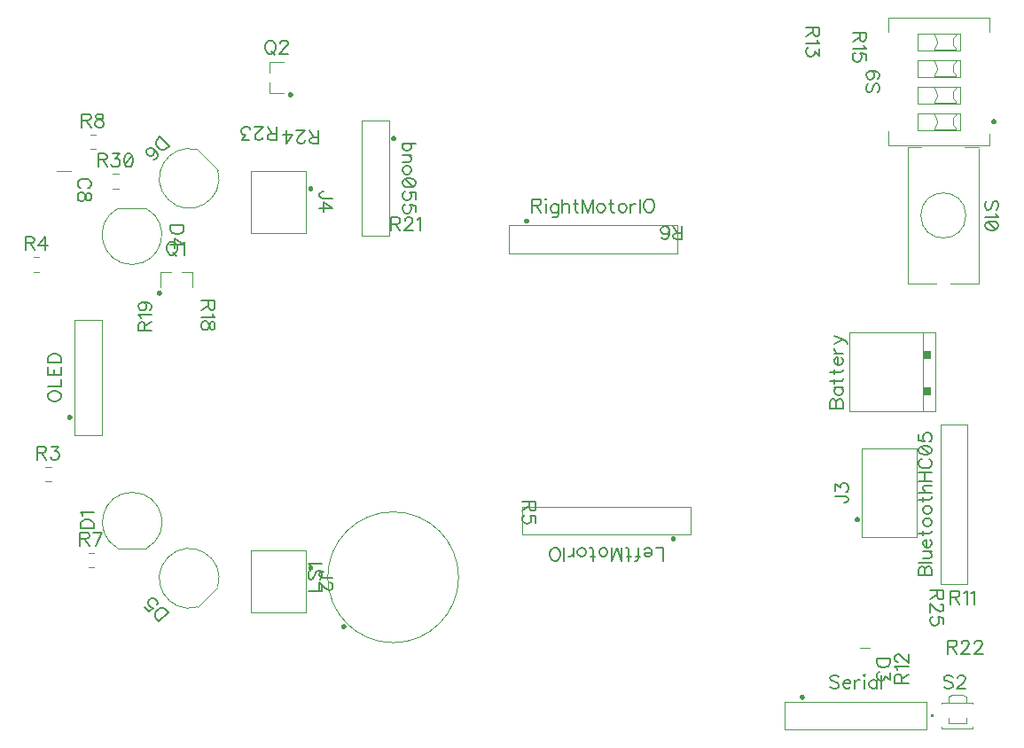
<source format=gbr>
G04 DipTrace 5.1.0.3*
G04 Âåðõíÿÿìàðêèðîâêà.gbr*
%MOMM*%
G04 #@! TF.FileFunction,Legend,Top*
G04 #@! TF.Part,Single*
%ADD10C,0.12*%
%ADD34C,0.1*%
%ADD106C,0.19608*%
%FSLAX35Y35*%
G04*
G71*
G90*
G75*
G01*
G04 TopSilk*
%LPD*%
X10050864Y4186454D2*
D10*
X10050850Y4936428D1*
X9230850Y4936413D1*
X9230864Y4186439D1*
X10050864Y4186454D1*
X9930897Y4186452D2*
X9930883Y4936425D1*
G36*
X9930894Y4336445D2*
X10010844Y4336447D1*
X10010843Y4416393D1*
X9930893Y4416392D1*
X9930894Y4336445D1*
G37*
G36*
X9930888Y4686535D2*
X10010838Y4686537D1*
X10010836Y4766483D1*
X9930886Y4766482D1*
X9930888Y4686535D1*
G37*
X10104132Y2537036D2*
D10*
X10358139Y2537045D1*
X10358088Y4060905D1*
X10104081Y4060896D1*
X10104132Y2537036D1*
X4838226Y6963670D2*
X4572226Y6963655D1*
X4572287Y5861655D1*
X4838287Y5861670D1*
X4838226Y6963670D1*
G36*
X4880834Y6818272D2*
X4884045Y6818062D1*
X4887201Y6817434D1*
X4890248Y6816400D1*
X4893135Y6814977D1*
X4895810Y6813189D1*
X4898230Y6811068D1*
X4900351Y6808648D1*
X4902139Y6805973D1*
X4903563Y6803087D1*
X4904597Y6800040D1*
X4905225Y6796884D1*
X4905436Y6793673D1*
X4905225Y6790462D1*
X4904598Y6787306D1*
X4903564Y6784259D1*
X4902141Y6781373D1*
X4900353Y6778697D1*
X4898231Y6776278D1*
X4895812Y6774156D1*
X4893137Y6772368D1*
X4890251Y6770945D1*
X4887204Y6769910D1*
X4884048Y6769283D1*
X4880837Y6769072D1*
D1*
X4877626Y6769282D1*
X4874470Y6769910D1*
X4871423Y6770944D1*
X4868537Y6772367D1*
X4865861Y6774155D1*
X4863442Y6776276D1*
X4861320Y6778695D1*
X4859532Y6781371D1*
X4858109Y6784257D1*
X4857074Y6787304D1*
X4856446Y6790460D1*
X4856236Y6793671D1*
X4856446Y6796881D1*
X4857074Y6800038D1*
X4858108Y6803085D1*
X4859531Y6805971D1*
X4861318Y6808646D1*
X4863440Y6811066D1*
X4865859Y6813188D1*
X4868535Y6814975D1*
X4871420Y6816399D1*
X4874467Y6817433D1*
X4877623Y6818061D1*
X4880834Y6818272D1*
D1*
G37*
X1665579Y6480214D2*
D10*
X1795479Y6480219D1*
X2246706Y2877159D2*
G02X2520386Y2877168I136832J250004D01*
G01*
X2246706Y2877159D1*
X9429705Y1922131D2*
X9329711Y1922129D1*
X2517833Y6123157D2*
G02X2244153Y6123150I-136834J-250003D01*
G01*
X2517833Y6123157D1*
X3007460Y2317027D2*
G02X3200977Y2510552I-80022J273535D01*
G01*
X3007460Y2317027D1*
X3200975Y6490781D2*
G02X3007454Y6684302I-273537J-80016D01*
G01*
X3200975Y6490781D1*
X4045072Y2860736D2*
X3521072Y2860723D1*
X3521088Y2266723D1*
X4045088Y2266736D1*
X4045072Y2860736D1*
G36*
X4087676Y2715337D2*
X4090887Y2715127D1*
X4094043Y2714499D1*
X4097090Y2713465D1*
X4099976Y2712042D1*
X4102652Y2710254D1*
X4105071Y2708133D1*
X4107193Y2705713D1*
X4108981Y2703038D1*
X4110404Y2700152D1*
X4111438Y2697105D1*
X4112066Y2693949D1*
X4112277Y2690738D1*
X4112066Y2687527D1*
X4111439Y2684371D1*
X4110404Y2681324D1*
X4108981Y2678438D1*
X4107194Y2675762D1*
X4105072Y2673343D1*
X4102653Y2671221D1*
X4099977Y2669433D1*
X4097091Y2668010D1*
X4094044Y2666976D1*
X4090888Y2666348D1*
X4087677Y2666137D1*
D1*
X4084466Y2666348D1*
X4081310Y2666975D1*
X4078263Y2668010D1*
X4075377Y2669433D1*
X4072702Y2671220D1*
X4070282Y2673342D1*
X4068161Y2675761D1*
X4066373Y2678437D1*
X4064950Y2681323D1*
X4063915Y2684370D1*
X4063287Y2687526D1*
X4063077Y2690737D1*
X4063287Y2693948D1*
X4063915Y2697104D1*
X4064949Y2700151D1*
X4066372Y2703037D1*
X4068160Y2705712D1*
X4070281Y2708132D1*
X4072701Y2710253D1*
X4075376Y2712041D1*
X4078262Y2713465D1*
X4081309Y2714499D1*
X4084465Y2715127D1*
X4087676Y2715337D1*
D1*
G37*
X9349710Y2982167D2*
D10*
X9873710D1*
Y3830167D1*
X9349710D1*
Y2982167D1*
G36*
X9307110Y3127567D2*
X9303899Y3127777D1*
X9300743Y3128405D1*
X9297696Y3129439D1*
X9294810Y3130862D1*
X9292134Y3132650D1*
X9289715Y3134772D1*
X9287594Y3137191D1*
X9285806Y3139867D1*
X9284383Y3142753D1*
X9283348Y3145800D1*
X9282720Y3148956D1*
X9282510Y3152167D1*
X9282720Y3155378D1*
X9283348Y3158534D1*
X9284383Y3161581D1*
X9285806Y3164467D1*
X9287594Y3167142D1*
X9289715Y3169562D1*
X9292134Y3171683D1*
X9294810Y3173471D1*
X9297696Y3174894D1*
X9300743Y3175928D1*
X9303899Y3176556D1*
X9307110Y3176767D1*
D1*
X9310321Y3176556D1*
X9313477Y3175928D1*
X9316524Y3174894D1*
X9319410Y3173471D1*
X9322086Y3171683D1*
X9324505Y3169562D1*
X9326627Y3167142D1*
X9328414Y3164467D1*
X9329837Y3161581D1*
X9330872Y3158534D1*
X9331500Y3155378D1*
X9331710Y3152167D1*
X9331500Y3148956D1*
X9330872Y3145800D1*
X9329837Y3142753D1*
X9328414Y3139867D1*
X9326627Y3137191D1*
X9324505Y3134772D1*
X9322086Y3132650D1*
X9319410Y3130862D1*
X9316524Y3129439D1*
X9313477Y3128405D1*
X9310321Y3127777D1*
X9307110Y3127567D1*
D1*
G37*
X4045067Y6483757D2*
D10*
X3521067D1*
Y5889757D1*
X4045067D1*
Y6483757D1*
G36*
X4087667Y6338357D2*
X4090878Y6338146D1*
X4094034Y6337518D1*
X4097081Y6336484D1*
X4099967Y6335061D1*
X4102642Y6333273D1*
X4105062Y6331152D1*
X4107183Y6328732D1*
X4108971Y6326057D1*
X4110394Y6323171D1*
X4111428Y6320124D1*
X4112056Y6316968D1*
X4112267Y6313757D1*
X4112056Y6310546D1*
X4111428Y6307390D1*
X4110394Y6304343D1*
X4108971Y6301457D1*
X4107183Y6298781D1*
X4105062Y6296362D1*
X4102642Y6294240D1*
X4099967Y6292452D1*
X4097081Y6291029D1*
X4094034Y6289995D1*
X4090878Y6289367D1*
X4087667Y6289157D1*
D1*
X4084456Y6289367D1*
X4081300Y6289995D1*
X4078253Y6291029D1*
X4075367Y6292452D1*
X4072691Y6294240D1*
X4070272Y6296362D1*
X4068150Y6298781D1*
X4066362Y6301457D1*
X4064939Y6304343D1*
X4063905Y6307390D1*
X4063277Y6310546D1*
X4063067Y6313757D1*
X4063277Y6316968D1*
X4063905Y6320124D1*
X4064939Y6323171D1*
X4066362Y6326057D1*
X4068150Y6328732D1*
X4070272Y6331152D1*
X4072691Y6333273D1*
X4075367Y6335061D1*
X4078253Y6336484D1*
X4081300Y6337518D1*
X4084456Y6338146D1*
X4087667Y6338357D1*
D1*
G37*
X7720612Y3009608D2*
D10*
X7720607Y3275608D1*
X6110607Y3275572D1*
X6110612Y3009572D1*
X7720612Y3009608D1*
G36*
X7575213Y2967005D2*
X7575003Y2963794D1*
X7574375Y2960638D1*
X7573341Y2957591D1*
X7571918Y2954705D1*
X7570130Y2952029D1*
X7568009Y2949610D1*
X7565589Y2947488D1*
X7562914Y2945700D1*
X7560028Y2944277D1*
X7556981Y2943242D1*
X7553825Y2942615D1*
X7550614Y2942404D1*
X7547403Y2942614D1*
X7544247Y2943242D1*
X7541200Y2944276D1*
X7538314Y2945700D1*
X7535638Y2947487D1*
X7533219Y2949609D1*
X7531097Y2952028D1*
X7529309Y2954704D1*
X7527886Y2957590D1*
X7526852Y2960637D1*
X7526224Y2963793D1*
X7526013Y2967003D1*
D1*
X7526224Y2970214D1*
X7526852Y2973370D1*
X7527886Y2976418D1*
X7529309Y2979304D1*
X7531097Y2981979D1*
X7533218Y2984398D1*
X7535637Y2986520D1*
X7538313Y2988308D1*
X7541199Y2989731D1*
X7544246Y2990766D1*
X7547402Y2991394D1*
X7550613Y2991604D1*
X7553824Y2991394D1*
X7556980Y2990766D1*
X7560027Y2989732D1*
X7562913Y2988309D1*
X7565589Y2986521D1*
X7568008Y2984399D1*
X7570130Y2981980D1*
X7571917Y2979305D1*
X7573341Y2976419D1*
X7574375Y2973372D1*
X7575003Y2970216D1*
X7575213Y2967005D1*
D1*
G37*
X4250417Y2600243D2*
D10*
G02X4250417Y2600243I625000J0D01*
G01*
G36*
X4403070Y2102897D2*
X4399807Y2103111D1*
X4396600Y2103749D1*
X4393503Y2104800D1*
X4390570Y2106246D1*
X4387851Y2108063D1*
X4385392Y2110219D1*
X4383236Y2112678D1*
X4381419Y2115397D1*
X4379973Y2118330D1*
X4378922Y2121426D1*
X4378284Y2124634D1*
X4378070Y2127897D1*
X4378284Y2131160D1*
X4378922Y2134367D1*
X4379973Y2137464D1*
X4381419Y2140397D1*
X4383236Y2143116D1*
X4385392Y2145574D1*
X4387851Y2147731D1*
X4390570Y2149547D1*
X4393503Y2150994D1*
X4396600Y2152045D1*
X4399807Y2152683D1*
X4403070Y2152897D1*
D1*
X4406333Y2152683D1*
X4409540Y2152045D1*
X4412637Y2150994D1*
X4415570Y2149547D1*
X4418289Y2147731D1*
X4420748Y2145574D1*
X4422904Y2143116D1*
X4424721Y2140397D1*
X4426167Y2137464D1*
X4427218Y2134367D1*
X4427856Y2131160D1*
X4428070Y2127897D1*
X4427856Y2124634D1*
X4427218Y2121426D1*
X4426167Y2118330D1*
X4424721Y2115397D1*
X4422904Y2112678D1*
X4420748Y2110219D1*
X4418289Y2108063D1*
X4415570Y2106246D1*
X4412637Y2104800D1*
X4409540Y2103749D1*
X4406333Y2103111D1*
X4403070Y2102897D1*
D1*
G37*
X1831187Y3958071D2*
D10*
X2097187Y3958076D1*
X2097167Y5060076D1*
X1831167Y5060071D1*
X1831187Y3958071D1*
G36*
X1788584Y4103471D2*
X1785373Y4103681D1*
X1782217Y4104309D1*
X1779170Y4105343D1*
X1776284Y4106766D1*
X1773609Y4108554D1*
X1771189Y4110675D1*
X1769067Y4113095D1*
X1767280Y4115770D1*
X1765856Y4118656D1*
X1764822Y4121703D1*
X1764194Y4124859D1*
X1763984Y4128070D1*
X1764194Y4131281D1*
X1764822Y4134437D1*
X1765856Y4137484D1*
X1767279Y4140370D1*
X1769067Y4143046D1*
X1771189Y4145465D1*
X1773608Y4147587D1*
X1776283Y4149375D1*
X1779169Y4150798D1*
X1782216Y4151832D1*
X1785372Y4152460D1*
X1788583Y4152671D1*
D1*
X1791794Y4152460D1*
X1794950Y4151832D1*
X1797997Y4150798D1*
X1800883Y4149375D1*
X1803559Y4147587D1*
X1805978Y4145466D1*
X1808100Y4143046D1*
X1809888Y4140371D1*
X1811311Y4137485D1*
X1812345Y4134438D1*
X1812973Y4131282D1*
X1813184Y4128071D1*
X1812973Y4124860D1*
X1812346Y4121704D1*
X1811311Y4118657D1*
X1809888Y4115771D1*
X1808100Y4113095D1*
X1805979Y4110676D1*
X1803560Y4108554D1*
X1800884Y4106767D1*
X1797998Y4105343D1*
X1794951Y4104309D1*
X1791795Y4103681D1*
X1788584Y4103471D1*
D1*
G37*
X2756637Y5515663D2*
D10*
X2655637D1*
Y5375663D1*
X2854637Y5515663D2*
X2955637D1*
Y5375663D1*
G36*
X2617637Y5314663D2*
X2617851Y5317927D1*
X2618489Y5321134D1*
X2619540Y5324230D1*
X2620986Y5327163D1*
X2622803Y5329882D1*
X2624959Y5332341D1*
X2627418Y5334497D1*
X2630137Y5336314D1*
X2633070Y5337760D1*
X2636166Y5338812D1*
X2639374Y5339449D1*
X2642637Y5339663D1*
X2645900Y5339449D1*
X2649107Y5338812D1*
X2652204Y5337760D1*
X2655137Y5336314D1*
X2657856Y5334497D1*
X2660314Y5332341D1*
X2662471Y5329882D1*
X2664287Y5327163D1*
X2665734Y5324230D1*
X2666785Y5321134D1*
X2667423Y5317927D1*
X2667637Y5314663D1*
D1*
X2667423Y5311400D1*
X2666785Y5308193D1*
X2665734Y5305096D1*
X2664287Y5302163D1*
X2662471Y5299444D1*
X2660314Y5296986D1*
X2657856Y5294830D1*
X2655137Y5293013D1*
X2652204Y5291566D1*
X2649107Y5290515D1*
X2645900Y5289877D1*
X2642637Y5289663D1*
X2639374Y5289877D1*
X2636166Y5290515D1*
X2633070Y5291566D1*
X2630137Y5293013D1*
X2627418Y5294830D1*
X2624959Y5296986D1*
X2622803Y5299444D1*
X2620986Y5302163D1*
X2619540Y5305096D1*
X2618489Y5308193D1*
X2617851Y5311400D1*
X2617637Y5314663D1*
D1*
G37*
X3694307Y7323947D2*
D10*
Y7222947D1*
X3834307D1*
X3694307Y7421947D2*
Y7522947D1*
X3834307D1*
G36*
X3895307Y7184947D2*
X3892044Y7185161D1*
X3888836Y7185799D1*
X3885740Y7186850D1*
X3882807Y7188296D1*
X3880088Y7190113D1*
X3877629Y7192269D1*
X3875473Y7194728D1*
X3873656Y7197447D1*
X3872210Y7200380D1*
X3871159Y7203476D1*
X3870521Y7206684D1*
X3870307Y7209947D1*
X3870521Y7213210D1*
X3871159Y7216417D1*
X3872210Y7219514D1*
X3873656Y7222447D1*
X3875473Y7225166D1*
X3877629Y7227624D1*
X3880088Y7229781D1*
X3882807Y7231597D1*
X3885740Y7233044D1*
X3888836Y7234095D1*
X3892044Y7234733D1*
X3895307Y7234947D1*
D1*
X3898570Y7234733D1*
X3901777Y7234095D1*
X3904874Y7233044D1*
X3907807Y7231597D1*
X3910526Y7229781D1*
X3912984Y7227624D1*
X3915141Y7225166D1*
X3916957Y7222447D1*
X3918404Y7219514D1*
X3919455Y7216417D1*
X3920093Y7213210D1*
X3920307Y7209947D1*
X3920093Y7206684D1*
X3919455Y7203476D1*
X3918404Y7200380D1*
X3916957Y7197447D1*
X3915141Y7194728D1*
X3912984Y7192269D1*
X3910526Y7190113D1*
X3907807Y7188296D1*
X3904874Y7186850D1*
X3901777Y7185799D1*
X3898570Y7185161D1*
X3895307Y7184947D1*
D1*
G37*
X1556103Y3655180D2*
D34*
X1608103D1*
X1556103Y3515180D2*
X1608103D1*
X1445263Y5657927D2*
X1497263D1*
X1445263Y5517927D2*
X1497263D1*
X1965537Y2832463D2*
X2017537D1*
X1965537Y2692463D2*
X2017537D1*
X1982434Y6829662D2*
X2034434Y6829665D1*
X1982440Y6689662D2*
X2034440Y6689665D1*
X2199435Y6452363D2*
X2251435Y6452364D1*
X2199439Y6312363D2*
X2251439Y6312364D1*
X5980750Y5960920D2*
D10*
X5980758Y5694920D1*
X7590758Y5694967D1*
X7590750Y5960967D1*
X5980750Y5960920D1*
G36*
X6126149Y6003524D2*
X6126359Y6006735D1*
X6126987Y6009891D1*
X6128021Y6012938D1*
X6129444Y6015824D1*
X6131232Y6018500D1*
X6133353Y6020919D1*
X6135773Y6023041D1*
X6138448Y6024829D1*
X6141334Y6026252D1*
X6144381Y6027286D1*
X6147537Y6027914D1*
X6150748Y6028125D1*
X6153959Y6027914D1*
X6157115Y6027287D1*
X6160162Y6026252D1*
X6163048Y6024829D1*
X6165724Y6023042D1*
X6168143Y6020920D1*
X6170265Y6018501D1*
X6172053Y6015825D1*
X6173476Y6012939D1*
X6174510Y6009892D1*
X6175138Y6006736D1*
X6175349Y6003525D1*
D1*
X6175138Y6000314D1*
X6174511Y5997158D1*
X6173477Y5994111D1*
X6172053Y5991225D1*
X6170266Y5988550D1*
X6168144Y5986130D1*
X6165725Y5984009D1*
X6163049Y5982221D1*
X6160163Y5980798D1*
X6157116Y5979763D1*
X6153960Y5979135D1*
X6150750Y5978925D1*
X6147539Y5979135D1*
X6144383Y5979763D1*
X6141335Y5980797D1*
X6138449Y5982220D1*
X6135774Y5984008D1*
X6133354Y5986129D1*
X6131233Y5988549D1*
X6129445Y5991224D1*
X6128022Y5994110D1*
X6126987Y5997157D1*
X6126359Y6000313D1*
X6126149Y6003524D1*
D1*
G37*
X10177253Y1203525D2*
D10*
X10347247Y1203530D1*
X10112188Y1153536D2*
X10412221Y1153545D1*
X10112181Y1403526D2*
X10412214Y1403535D1*
X10347247Y1203530D2*
X10347245Y1253547D1*
X10177253Y1203525D2*
X10177252Y1253542D1*
X10412221Y1153545D2*
Y1168558D1*
X10112188Y1153536D2*
Y1168550D1*
X10412214Y1403535D2*
X10412215Y1388552D1*
X10112181Y1403526D2*
Y1388543D1*
X10177247Y1403528D2*
X10177246Y1458552D1*
X10217245Y1478539D1*
X10307195Y1478542D1*
X10347241Y1403533D2*
X10347239Y1458557D1*
X10307195Y1478542D1*
G36*
X10022167Y1263547D2*
X10020209Y1263675D1*
X10018285Y1264058D1*
X10016427Y1264688D1*
X10014667Y1265556D1*
X10013036Y1266646D1*
X10011561Y1267940D1*
X10010267Y1269415D1*
X10009177Y1271046D1*
X10008310Y1272805D1*
X10007679Y1274663D1*
X10007296Y1276587D1*
X10007168Y1278545D1*
X10007296Y1280503D1*
X10007679Y1282427D1*
X10008309Y1284285D1*
X10009177Y1286044D1*
X10010267Y1287675D1*
X10011560Y1289150D1*
X10013035Y1290444D1*
X10014667Y1291534D1*
X10016426Y1292402D1*
X10018284Y1293032D1*
X10020208Y1293415D1*
X10022166Y1293544D1*
X10022169D1*
X10024127Y1293415D1*
X10026051Y1293033D1*
X10027909Y1292402D1*
X10029668Y1291534D1*
X10031300Y1290445D1*
X10032775Y1289151D1*
X10034068Y1287676D1*
X10035158Y1286045D1*
X10036026Y1284285D1*
X10036657Y1282428D1*
X10037039Y1280503D1*
X10037168Y1278546D1*
X10037040Y1276588D1*
X10036657Y1274664D1*
X10036026Y1272806D1*
X10035159Y1271047D1*
X10034069Y1269415D1*
X10032775Y1267940D1*
X10031300Y1266647D1*
X10029669Y1265557D1*
X10027909Y1264689D1*
X10026052Y1264058D1*
X10024128Y1263675D1*
X10022170Y1263547D1*
X10022167D1*
G37*
X9605009Y6862523D2*
D10*
X9605014Y6724523D1*
X10570214Y6724555D1*
X10570210Y6836419D1*
X9604978Y7806523D2*
X9604973Y7944523D1*
X10570173Y7944555D1*
X10570178Y7806555D1*
G36*
X10613207Y6928557D2*
X10609944Y6928770D1*
X10606736Y6929408D1*
X10603640Y6930459D1*
X10600707Y6931906D1*
X10597988Y6933722D1*
X10595529Y6935878D1*
X10593373Y6938337D1*
X10591556Y6941056D1*
X10590109Y6943989D1*
X10589058Y6947085D1*
X10588420Y6950293D1*
X10588206Y6953556D1*
X10588420Y6956819D1*
X10589058Y6960026D1*
X10590109Y6963123D1*
X10591555Y6966056D1*
X10593372Y6968775D1*
X10595528Y6971234D1*
X10597986Y6973390D1*
X10600705Y6975207D1*
X10603638Y6976653D1*
X10606735Y6977705D1*
X10609942Y6978343D1*
X10613205Y6978557D1*
D1*
X10616468Y6978343D1*
X10619676Y6977705D1*
X10622772Y6976654D1*
X10625705Y6975208D1*
X10628424Y6973391D1*
X10630883Y6971235D1*
X10633039Y6968776D1*
X10634856Y6966057D1*
X10636303Y6963125D1*
X10637354Y6960028D1*
X10637992Y6956821D1*
X10638206Y6953558D1*
X10637992Y6950294D1*
X10637354Y6947087D1*
X10636303Y6943990D1*
X10634857Y6941057D1*
X10633040Y6938338D1*
X10630884Y6935880D1*
X10628426Y6933723D1*
X10625707Y6931906D1*
X10622774Y6930460D1*
X10619677Y6929409D1*
X10616470Y6928771D1*
X10613207Y6928557D1*
D1*
G37*
X9884609Y6873533D2*
D10*
X10290609Y6873546D1*
X10290603Y7033546D1*
X9884603Y7033533D1*
X9884609Y6873533D1*
X10245608Y6895395D2*
Y6878495D1*
X10042608Y6878488D1*
Y6894488D1*
X10043358Y6895438D2*
X10049758Y6901938D1*
X10056357Y6910838D1*
X10061657Y6920538D1*
X10065657Y6931339D1*
X10067956Y6941639D1*
X10068856Y6953539D1*
X10067956Y6965439D1*
X10065655Y6975739D1*
X10061655Y6986538D1*
X10056355Y6996238D1*
X10049754Y7005138D1*
X10043354Y7011638D1*
X10244854Y7011645D2*
X10238454Y7005144D1*
X10231855Y6996244D1*
X10226555Y6986544D1*
X10222555Y6975744D1*
X10220256Y6965444D1*
X10219356Y6953544D1*
X10220256Y6941644D1*
X10222557Y6931344D1*
X10226557Y6920544D1*
X10231857Y6910844D1*
X10238458Y6901944D1*
X10244858Y6895445D1*
X10042604Y7012588D2*
X10042603Y7028588D1*
X10245603Y7028595D1*
X10245604Y7011695D1*
X9884600Y7127533D2*
X10290600Y7127546D1*
X10290595Y7287546D1*
X9884595Y7287533D1*
X9884600Y7127533D1*
X10245599Y7149395D2*
X10245600Y7132495D1*
X10042600Y7132488D1*
X10042599Y7148488D1*
X10043349Y7149438D2*
X10049749Y7155938D1*
X10056349Y7164838D1*
X10061649Y7174538D1*
X10065648Y7185339D1*
X10067948Y7195639D1*
X10068848Y7207539D1*
X10067947Y7219439D1*
X10065647Y7229739D1*
X10061646Y7240538D1*
X10056346Y7250238D1*
X10049746Y7259138D1*
X10043346Y7265638D1*
X10244846Y7265645D2*
X10238446Y7259144D1*
X10231846Y7250244D1*
X10226546Y7240544D1*
X10222547Y7229744D1*
X10220247Y7219444D1*
X10219348Y7207544D1*
X10220248Y7195644D1*
X10222548Y7185344D1*
X10226549Y7174544D1*
X10231849Y7164844D1*
X10238449Y7155944D1*
X10244849Y7149445D1*
X10042596Y7266588D2*
X10042595Y7282588D1*
X10245595Y7282595D1*
X10245596Y7265695D1*
X9884592Y7381533D2*
X10290592Y7381546D1*
X10290587Y7541546D1*
X9884587Y7541533D1*
X9884592Y7381533D1*
X10245591Y7403395D2*
X10245592Y7386495D1*
X10042592Y7386488D1*
X10042591Y7402488D1*
X10043341Y7403438D2*
X10049741Y7409938D1*
X10056341Y7418838D1*
X10061640Y7428538D1*
X10065640Y7439339D1*
X10067940Y7449639D1*
X10068839Y7461539D1*
X10067939Y7473439D1*
X10065638Y7483739D1*
X10061638Y7494538D1*
X10056338Y7504238D1*
X10049737Y7513138D1*
X10043337Y7519638D1*
X10244837Y7519645D2*
X10238437Y7513144D1*
X10231838Y7504244D1*
X10226538Y7494544D1*
X10222538Y7483744D1*
X10220239Y7473444D1*
X10219339Y7461544D1*
X10220240Y7449644D1*
X10222540Y7439344D1*
X10226540Y7428544D1*
X10231841Y7418844D1*
X10238441Y7409944D1*
X10244841Y7403445D1*
X10042587Y7520588D2*
Y7536588D1*
X10245587Y7536595D1*
Y7519695D1*
X9884583Y7635533D2*
X10290583Y7635546D1*
X10290578Y7795546D1*
X9884578Y7795533D1*
X9884583Y7635533D1*
X10245583Y7656395D2*
Y7639495D1*
X10042583Y7639488D1*
Y7655488D1*
X10043333Y7656438D2*
X10049732Y7662938D1*
X10056332Y7671838D1*
X10061632Y7681538D1*
X10065632Y7692339D1*
X10067931Y7702639D1*
X10068831Y7714539D1*
X10067930Y7726439D1*
X10065630Y7736739D1*
X10061630Y7747538D1*
X10056329Y7757238D1*
X10049729Y7766138D1*
X10043329Y7772638D1*
X10244829Y7772645D2*
X10238429Y7766144D1*
X10231829Y7757244D1*
X10226530Y7747544D1*
X10222530Y7736744D1*
X10220230Y7726444D1*
X10219331Y7714544D1*
X10220231Y7702644D1*
X10222532Y7692344D1*
X10226532Y7681544D1*
X10231832Y7671844D1*
X10238432Y7662944D1*
X10244833Y7656445D1*
X10042579Y7773588D2*
X10042578Y7789588D1*
X10245578Y7789595D1*
X10245579Y7772695D1*
X10469746Y5406743D2*
X10199719D1*
X9914727Y6056743D2*
G02X9914727Y6056743I215020J0D01*
G01*
X10329734Y6706743D2*
X10469747D1*
Y6696733D2*
X10469746Y5406743D1*
X10059773D2*
X9789746Y5406744D1*
X9789747Y6706744D1*
X9919764D1*
X8612630Y1411540D2*
Y1145540D1*
X9968630D1*
Y1411540D1*
X8612630D1*
G36*
X8758030Y1454140D2*
X8758240Y1457351D1*
X8758868Y1460507D1*
X8759903Y1463554D1*
X8761326Y1466440D1*
X8763114Y1469116D1*
X8765235Y1471535D1*
X8767654Y1473657D1*
X8770330Y1475444D1*
X8773216Y1476867D1*
X8776263Y1477902D1*
X8779419Y1478530D1*
X8782630Y1478740D1*
X8785841Y1478530D1*
X8788997Y1477902D1*
X8792044Y1476867D1*
X8794930Y1475444D1*
X8797606Y1473657D1*
X8800025Y1471535D1*
X8802147Y1469116D1*
X8803934Y1466440D1*
X8805357Y1463554D1*
X8806392Y1460507D1*
X8807020Y1457351D1*
X8807230Y1454140D1*
D1*
X8807020Y1450929D1*
X8806392Y1447773D1*
X8805357Y1444726D1*
X8803934Y1441840D1*
X8802147Y1439165D1*
X8800025Y1436745D1*
X8797606Y1434624D1*
X8794930Y1432836D1*
X8792044Y1431413D1*
X8788997Y1430378D1*
X8785841Y1429750D1*
X8782630Y1429540D1*
X8779419Y1429750D1*
X8776263Y1430378D1*
X8773216Y1431413D1*
X8770330Y1432836D1*
X8767654Y1434624D1*
X8765235Y1436745D1*
X8763114Y1439165D1*
X8761326Y1441840D1*
X8759903Y1444726D1*
X8758868Y1447773D1*
X8758240Y1450929D1*
X8758030Y1454140D1*
D1*
G37*
X9044876Y4215931D2*
D106*
X9172486Y4215933D1*
X9172485Y4270683D1*
X9166308Y4288933D1*
X9160271Y4294970D1*
X9148198Y4301006D1*
X9129948D1*
X9117735Y4294969D1*
X9111698Y4288932D1*
X9105662Y4270682D1*
X9099485Y4288932D1*
X9093448Y4294969D1*
X9081375Y4301005D1*
X9069161D1*
X9057088Y4294968D1*
X9050912Y4288931D1*
X9044875Y4270681D1*
X9044876Y4215931D1*
X9105663Y4215932D2*
X9105662Y4270682D1*
X9087409Y4413080D2*
X9172482Y4413082D1*
X9105659Y4413081D2*
X9093446Y4401007D1*
X9087410Y4388794D1*
Y4370684D1*
X9093447Y4358471D1*
X9105661Y4346398D1*
X9123911Y4340221D1*
X9135984Y4340222D1*
X9154234Y4346399D1*
X9166306Y4358472D1*
X9172483Y4370686D1*
Y4388795D1*
X9166306Y4401009D1*
X9154232Y4413082D1*
X9044872Y4470545D2*
X9148195Y4470547D1*
X9166304Y4476584D1*
X9172481Y4488798D1*
Y4500871D1*
X9087409Y4452296D2*
X9087408Y4494833D1*
X9044870Y4558334D2*
X9148193Y4558336D1*
X9166303Y4564373D1*
X9172479Y4576586D1*
Y4588659D1*
X9087407Y4540085D2*
X9087406Y4582621D1*
X9123905Y4627874D2*
X9123904Y4700734D1*
X9111691D1*
X9099477Y4694697D1*
X9093441Y4688660D1*
X9087404Y4676447D1*
X9087405Y4658197D1*
X9093442Y4646124D1*
X9105655Y4633910D1*
X9123905Y4627874D1*
X9135978D1*
X9154228Y4633911D1*
X9166301Y4646125D1*
X9172478Y4658198D1*
Y4676448D1*
X9166300Y4688661D1*
X9154227Y4700734D1*
X9087403Y4739949D2*
X9172476Y4739950D1*
X9123903Y4739949D2*
X9105653Y4746126D1*
X9093440Y4758199D1*
X9087403Y4770412D1*
X9087402Y4788662D1*
Y4834055D2*
X9172474Y4870416D1*
X9196761Y4858343D1*
X9208974Y4846130D1*
X9215011Y4834057D1*
Y4827880D1*
X9087400Y4906914D2*
X9172474Y4870416D1*
X9893156Y2617102D2*
X10020766Y2617106D1*
X10020764Y2671856D1*
X10014586Y2690106D1*
X10008549Y2696142D1*
X9996476Y2702178D1*
X9978226D1*
X9966013Y2696141D1*
X9959977Y2690104D1*
X9953941Y2671854D1*
X9947763Y2690104D1*
X9941726Y2696140D1*
X9929653Y2702176D1*
X9917440D1*
X9905367Y2696139D1*
X9899190Y2690102D1*
X9893154Y2671852D1*
X9893156Y2617102D1*
X9953942Y2617104D2*
X9953941Y2671854D1*
X9893152Y2741390D2*
X10020761Y2741395D1*
X9935687Y2780608D2*
X9996474Y2780610D1*
X10014583Y2786647D1*
X10020760Y2798860D1*
X10020759Y2817110D1*
X10014582Y2829183D1*
X9996471Y2847433D1*
X9935685Y2847431D2*
X10020758Y2847433D1*
X9972184Y2886648D2*
X9972181Y2959507D1*
X9959968D1*
X9947754Y2953470D1*
X9941718Y2947433D1*
X9935682Y2935219D1*
X9935683Y2916969D1*
X9941720Y2904897D1*
X9953933Y2892683D1*
X9972184Y2886648D1*
X9984257D1*
X10002506Y2892685D1*
X10014579Y2904899D1*
X10020756Y2916972D1*
X10020755Y2935222D1*
X10014578Y2947435D1*
X10002504Y2959508D1*
X9893143Y3016970D2*
X9996466Y3016974D1*
X10014575Y3023011D1*
X10020752Y3035224D1*
X10020751Y3047298D1*
X9935680Y2998722D2*
X9935678Y3041258D1*
X9935676Y3116833D2*
X9941713Y3104761D1*
X9953927Y3092548D1*
X9972177Y3086512D1*
X9984250D1*
X10002500Y3092549D1*
X10014573Y3104763D1*
X10020749Y3116836D1*
X10020748Y3135086D1*
X10014571Y3147300D1*
X10002498Y3159372D1*
X9984247Y3165549D1*
X9972174Y3165548D1*
X9953925Y3159371D1*
X9941711Y3147297D1*
X9935675Y3135083D1*
X9935676Y3116833D1*
X9935672Y3235086D2*
X9941709Y3223013D1*
X9953923Y3210800D1*
X9972173Y3204764D1*
X9984246D1*
X10002496Y3210801D1*
X10014569Y3223015D1*
X10020745Y3235088D1*
Y3253338D1*
X10014567Y3265552D1*
X10002494Y3277624D1*
X9984244Y3283801D1*
X9972170Y3283800D1*
X9953921Y3277623D1*
X9941708Y3265549D1*
X9935671Y3253336D1*
X9935672Y3235086D1*
X9893132Y3341263D2*
X9996455Y3341267D1*
X10014564Y3347304D1*
X10020741Y3359518D1*
Y3371591D1*
X9935669Y3323015D2*
X9935668Y3365551D1*
X9893130Y3410802D2*
X10020739Y3410806D1*
X9959953Y3410804D2*
X9941702Y3429054D1*
X9935665Y3441267D1*
Y3459517D1*
X9941701Y3471590D1*
X9959951Y3477627D1*
X10020737Y3477629D1*
X9893126Y3516841D2*
X10020736Y3516845D1*
X9893123Y3601914D2*
X10020733Y3601918D1*
X9953913Y3516843D2*
X9953910Y3601916D1*
X9923442Y3732240D2*
X9911369Y3726203D1*
X9899156Y3713990D1*
X9893120Y3701916D1*
X9893121Y3677630D1*
X9899158Y3665416D1*
X9911372Y3653344D1*
X9923445Y3647167D1*
X9941695Y3641131D1*
X9972159Y3641132D1*
X9990268Y3647169D1*
X10002481Y3653347D1*
X10014554Y3665420D1*
X10020730Y3677634D1*
Y3701920D1*
X10014552Y3713993D1*
X10002479Y3726206D1*
X9990265Y3732243D1*
X9893257Y3807955D2*
X9899294Y3789705D1*
X9917545Y3777492D1*
X9947868Y3771457D1*
X9966118D1*
X9996441Y3777495D1*
X10014690Y3789709D1*
X10020726Y3807959D1*
Y3820032D1*
X10014689Y3838282D1*
X9996438Y3850355D1*
X9966115Y3856531D1*
X9947865Y3856530D1*
X9917542Y3850352D1*
X9899292Y3838278D1*
X9893257Y3820028D1*
Y3807955D1*
X9917542Y3850352D2*
X9996441Y3777495D1*
X9893252Y3968603D2*
X9893254Y3907957D1*
X9947863Y3901923D1*
X9941827Y3907959D1*
X9935649Y3926209D1*
Y3944318D1*
X9941825Y3962568D1*
X9953898Y3974782D1*
X9972147Y3980819D1*
X9984220Y3980820D1*
X10002471Y3974784D1*
X10014685Y3962571D1*
X10020722Y3944321D1*
Y3926211D1*
X10014686Y3907961D1*
X10008510Y3901925D1*
X9996437Y3895747D1*
X5091425Y6747692D2*
X4963815Y6747685D1*
X5030638Y6747689D2*
X5042852Y6735476D1*
X5048890Y6723403D1*
X5048891Y6705153D1*
X5042855Y6693080D1*
X5030642Y6680866D1*
X5012392Y6674828D1*
X5000319Y6674827D1*
X4982069Y6680863D1*
X4969995Y6693076D1*
X4963818Y6705148D1*
X4963817Y6723398D1*
X4969993Y6735472D1*
X4982065Y6747686D1*
X5048894Y6635614D2*
X4963821Y6635610D1*
X5024608Y6635613D2*
X5042859Y6617364D1*
X5048896Y6605151D1*
X5048897Y6587041D1*
X5042861Y6574827D1*
X5024612Y6568790D1*
X4963825Y6568787D1*
X5048902Y6499252D2*
X5042865Y6511325D1*
X5030651Y6523538D1*
X5012400Y6529574D1*
X5000327Y6529573D1*
X4982078Y6523535D1*
X4970005Y6511321D1*
X4963829Y6499248D1*
X4963830Y6480998D1*
X4970008Y6468785D1*
X4982081Y6456712D1*
X5000332Y6450536D1*
X5012405Y6450537D1*
X5030654Y6456715D1*
X5042867Y6468789D1*
X5048903Y6481002D1*
X5048902Y6499252D1*
X5091305Y6374826D2*
X5085267Y6393075D1*
X5067017Y6405288D1*
X5036693Y6411323D1*
X5018443Y6411322D1*
X4988121Y6405283D1*
X4969871Y6393069D1*
X4963836Y6374819D1*
Y6362746D1*
X4969874Y6344496D1*
X4988125Y6332424D1*
X5018448Y6326249D1*
X5036698Y6326250D1*
X5067021Y6332428D1*
X5085270Y6344502D1*
X5091306Y6362753D1*
X5091305Y6374826D1*
X5067021Y6332428D2*
X4988121Y6405283D1*
X5091314Y6214177D2*
X5091311Y6274823D1*
X5036701Y6280857D1*
X5042737Y6274821D1*
X5048915Y6256571D1*
X5048916Y6238461D1*
X5042740Y6220211D1*
X5030668Y6207997D1*
X5012418Y6201959D1*
X5000345D1*
X4982095Y6207994D1*
X4969881Y6220207D1*
X4963843Y6238457D1*
X4963842Y6256566D1*
X4969878Y6274817D1*
X4976054Y6280854D1*
X4988127Y6287031D1*
X5091321Y6089888D2*
X5091317Y6150535D1*
X5036707Y6156568D1*
X5042744Y6150532D1*
X5048922Y6132282D1*
X5048923Y6114173D1*
X5042747Y6095922D1*
X5030675Y6083708D1*
X5012425Y6077671D1*
X5000352Y6077670D1*
X4982102Y6083706D1*
X4969888Y6095918D1*
X4963850Y6114168D1*
X4963849Y6132278D1*
X4969885Y6150528D1*
X4976061Y6156565D1*
X4988134Y6162742D1*
X1961200Y6316719D2*
X1973272Y6322756D1*
X1985485Y6334970D1*
X1991521Y6347043D1*
X1991520Y6371330D1*
X1985483Y6383543D1*
X1973269Y6395615D1*
X1961196Y6401792D1*
X1942946Y6407828D1*
X1912482Y6407826D1*
X1894373Y6401789D1*
X1882160Y6395612D1*
X1870087Y6383538D1*
X1863911Y6371324D1*
X1863912Y6347038D1*
X1870089Y6334965D1*
X1882163Y6322752D1*
X1894376Y6316716D1*
X1991385Y6247181D2*
X1985348Y6265291D1*
X1973274Y6271467D1*
X1961061D1*
X1948988Y6265289D1*
X1942812Y6253216D1*
X1936776Y6228929D1*
X1930740Y6210679D1*
X1918527Y6198605D1*
X1906455Y6192568D1*
X1888205Y6192567D1*
X1876131Y6198603D1*
X1869954Y6204640D1*
X1863917Y6222890D1*
X1863916Y6247176D1*
X1869952Y6265286D1*
X1876128Y6271463D1*
X1888201Y6277500D1*
X1906451Y6277501D1*
X1918524Y6271465D1*
X1930738Y6259252D1*
X1936776Y6241142D1*
X1942813Y6216856D1*
X1948991Y6204643D1*
X1961064Y6198607D1*
X1973277D1*
X1985350Y6204644D1*
X1991386Y6222895D1*
X1991385Y6247181D1*
X1887553Y3067271D2*
X2015162Y3067275D1*
X2015161Y3109812D1*
X2008984Y3128061D1*
X1996910Y3140274D1*
X1984696Y3146311D1*
X1966587Y3152347D1*
X1936123Y3152346D1*
X1917873Y3146308D1*
X1905800Y3140271D1*
X1893587Y3128058D1*
X1887551Y3109807D1*
X1887553Y3067271D1*
X1911976Y3191560D2*
X1905798Y3203774D1*
X1887688Y3222023D1*
X2015157Y3222027D1*
X9620697Y1823067D2*
X9493088Y1823064D1*
X9493089Y1780527D1*
X9499266Y1762277D1*
X9511340Y1750064D1*
X9523553Y1744028D1*
X9541663Y1737992D1*
X9572126Y1737993D1*
X9590376Y1744030D1*
X9602449Y1750067D1*
X9614662Y1762280D1*
X9620698Y1780531D1*
X9620697Y1823067D1*
X9620560Y1686565D2*
X9620562Y1619882D1*
X9571988Y1656241D1*
X9571989Y1637991D1*
X9565952Y1625917D1*
X9559916Y1619881D1*
X9541666Y1613703D1*
X9529593D1*
X9511343Y1619879D1*
X9499129Y1631952D1*
X9493092Y1650202D1*
Y1668452D1*
X9499128Y1686562D1*
X9505304Y1692599D1*
X9517377Y1698776D1*
X2876984Y5963365D2*
X2749374Y5963362D1*
X2749375Y5920825D1*
X2755553Y5902576D1*
X2767626Y5890363D1*
X2779840Y5884326D1*
X2797949Y5878290D1*
X2828413Y5878291D1*
X2846663Y5884328D1*
X2858736Y5890365D1*
X2870949Y5902579D1*
X2876985Y5920829D1*
X2876984Y5963365D1*
X2749379Y5778287D2*
X2876848Y5778290D1*
X2791914Y5839074D1*
X2791916Y5747965D1*
X2638377Y2178195D2*
X2728609Y2268431D1*
X2698530Y2298508D1*
X2681258Y2307045D1*
X2664085Y2307143D1*
X2651180Y2302775D1*
X2634106Y2294238D1*
X2612566Y2272697D1*
X2603930Y2255523D1*
X2599662Y2242718D1*
Y2225445D1*
X2608299Y2208272D1*
X2638377Y2178195D1*
X2499069Y2317697D2*
X2541953Y2274814D1*
X2584835Y2309161D1*
X2576298D1*
X2559026Y2317698D1*
X2546220Y2330503D1*
X2537683Y2347775D1*
X2537583Y2364948D1*
X2546219Y2382122D1*
X2554756Y2390659D1*
X2571929Y2399295D1*
X2589201Y2399296D1*
X2606375Y2390660D1*
X2619180Y2377855D1*
X2627817Y2360682D1*
X2627718Y2352046D1*
X2623549Y2339141D1*
X2737238Y6719888D2*
X2647005Y6810122D1*
X2616927Y6780044D1*
X2608390Y6762772D1*
X2608291Y6745599D1*
X2612658Y6732694D1*
X2621195Y6715620D1*
X2642736Y6694079D1*
X2659910Y6685443D1*
X2672715Y6681174D1*
X2689987D1*
X2707161Y6689811D1*
X2737238Y6719888D1*
X2584929Y6593388D2*
X2597734Y6589120D1*
X2614907Y6597756D1*
X2623444Y6606293D1*
X2632081Y6623466D1*
X2627812Y6645007D1*
X2610639Y6670717D1*
X2589197Y6692159D1*
X2567756Y6705063D1*
X2550483D1*
X2533310Y6696427D1*
X2529042Y6692159D1*
X2520505Y6675085D1*
Y6657812D1*
X2529141Y6640639D1*
X2533409Y6636371D1*
X2550582Y6627734D1*
X2567756Y6627834D1*
X2584830Y6636371D1*
X2589098Y6640639D1*
X2597734Y6657812D1*
X2597833Y6674986D1*
X2589197Y6692159D1*
X4298266Y2595494D2*
X4201120Y2595491D1*
X4182870Y2601527D1*
X4176833Y2607704D1*
X4170656Y2619777D1*
X4170655Y2631991D1*
X4176832Y2644064D1*
X4182868Y2650101D1*
X4201118Y2656278D1*
X4213191D1*
X4267804Y2550100D2*
X4273840Y2550101D1*
X4286054Y2544064D1*
X4292090Y2538028D1*
X4298127Y2525815D1*
X4298128Y2501528D1*
X4292092Y2489455D1*
X4286055Y2483418D1*
X4273842Y2477241D1*
X4261769D1*
X4249555Y2483417D1*
X4231445Y2495490D1*
X4170657Y2556275D1*
X4170659Y2471202D1*
X9096523Y3374416D2*
X9193670D1*
X9211920Y3368379D1*
X9217956Y3362202D1*
X9224133Y3350129D1*
Y3337916D1*
X9217956Y3325843D1*
X9211920Y3319806D1*
X9193670Y3313629D1*
X9181596D1*
X9096664Y3425845D2*
Y3492527D1*
X9145237Y3456168D1*
Y3474418D1*
X9151273Y3486491D1*
X9157310Y3492527D1*
X9175560Y3498704D1*
X9187633D1*
X9205883Y3492527D1*
X9218096Y3480454D1*
X9224133Y3462204D1*
Y3443954D1*
X9218096Y3425845D1*
X9211920Y3419808D1*
X9199846Y3413631D1*
X4298253Y6221526D2*
X4201107D1*
X4182857Y6227563D1*
X4176821Y6233740D1*
X4170644Y6245813D1*
Y6258026D1*
X4176821Y6270099D1*
X4182857Y6276136D1*
X4201107Y6282313D1*
X4213180D1*
X4170644Y6121524D2*
X4298113D1*
X4213180Y6182310D1*
Y6091201D1*
X7457955Y2756415D2*
X7457952Y2884025D1*
X7385093Y2884023D1*
X7345878Y2835449D2*
X7273018Y2835448D1*
X7273019Y2823234D1*
X7279056Y2811021D1*
X7285092Y2804985D1*
X7297306Y2798948D1*
X7315556Y2798949D1*
X7327629Y2804986D1*
X7339842Y2817199D1*
X7345878Y2835449D1*
Y2847523D1*
X7339841Y2865772D1*
X7327627Y2877845D1*
X7315554Y2884022D1*
X7297304Y2884021D1*
X7285091Y2877844D1*
X7273018Y2865771D1*
X7185231Y2756409D2*
X7197305Y2756410D1*
X7209518Y2762446D1*
X7215554Y2780697D1*
X7215552Y2884020D1*
X7233804Y2798947D2*
X7191267Y2798946D1*
X7127766Y2756408D2*
X7127764Y2859731D1*
X7121727Y2877841D1*
X7109513Y2884017D1*
X7097440D1*
X7146015Y2798945D2*
X7103478Y2798944D1*
X6961078Y2884014D2*
X6961081Y2756404D1*
X7009651Y2884015D1*
X7058227Y2756407D1*
X7058224Y2884016D1*
X6891541Y2798939D2*
X6903614Y2804976D1*
X6915827Y2817190D1*
X6921863Y2835440D1*
Y2847513D1*
X6915826Y2865763D1*
X6903613Y2877836D1*
X6891539Y2884013D1*
X6873289Y2884012D1*
X6861076Y2877835D1*
X6849003Y2865762D1*
X6842827Y2847511D1*
Y2835438D1*
X6849004Y2817188D1*
X6861078Y2804975D1*
X6873291Y2798939D1*
X6891541D1*
X6785363Y2756401D2*
X6785361Y2859724D1*
X6779324Y2877833D1*
X6767110Y2884010D1*
X6755037D1*
X6803612Y2798937D2*
X6761075D1*
X6685500Y2798935D2*
X6697573Y2804972D1*
X6709786Y2817185D1*
X6715822Y2835436D1*
Y2847509D1*
X6709785Y2865759D1*
X6697572Y2877831D1*
X6685498Y2884008D1*
X6667248D1*
X6655035Y2877830D1*
X6642962Y2865757D1*
X6636786Y2847507D1*
Y2835434D1*
X6642963Y2817184D1*
X6655037Y2804971D1*
X6667250Y2798934D1*
X6685500Y2798935D1*
X6597571Y2798933D2*
X6597569Y2884006D1*
X6597570Y2835433D2*
X6591394Y2817183D1*
X6579321Y2804969D1*
X6567108Y2798932D1*
X6548858D1*
X6509643Y2756394D2*
X6509640Y2884004D1*
X6433927Y2756393D2*
X6446140Y2762430D1*
X6458213Y2774643D1*
X6464390Y2786717D1*
X6470426Y2804967D1*
X6470425Y2835430D1*
X6464388Y2853540D1*
X6458211Y2865753D1*
X6446138Y2877826D1*
X6433924Y2884002D1*
X6409638D1*
X6397565Y2877825D1*
X6385352Y2865751D1*
X6379315Y2853538D1*
X6373279Y2835428D1*
X6373280Y2804965D1*
X6379317Y2786715D1*
X6385354Y2774642D1*
X6397567Y2762429D1*
X6409641Y2756392D1*
X6433927Y2756393D1*
X4064430Y2466830D2*
X4192040D1*
Y2539689D1*
X4082680Y2663978D2*
X4070467Y2651905D1*
X4064430Y2633655D1*
Y2609368D1*
X4070467Y2591118D1*
X4082680Y2578905D1*
X4094753D1*
X4106967Y2585082D1*
X4113003Y2591118D1*
X4119040Y2603191D1*
X4131253Y2639691D1*
X4137290Y2651905D1*
X4143467Y2657941D1*
X4155540Y2663978D1*
X4173790D1*
X4185863Y2651905D1*
X4192040Y2633655D1*
Y2609368D1*
X4185863Y2591118D1*
X4173790Y2578905D1*
X4088857Y2703194D2*
X4082680Y2715407D1*
X4064570Y2733657D1*
X4192040D1*
X1577994Y4319756D2*
X1584030Y4307542D1*
X1596244Y4295469D1*
X1608317Y4289293D1*
X1626567Y4283257D1*
X1657031D1*
X1675140Y4289294D1*
X1687354Y4295471D1*
X1699426Y4307544D1*
X1705603Y4319758D1*
Y4344045D1*
X1699426Y4356117D1*
X1687352Y4368331D1*
X1675139Y4374367D1*
X1657029Y4380403D1*
X1626566D1*
X1608316Y4374366D1*
X1596243Y4368329D1*
X1584029Y4356115D1*
X1577993Y4344042D1*
X1577994Y4319756D1*
X1577992Y4419617D2*
X1705601Y4419620D1*
X1705600Y4492479D1*
X1577988Y4610589D2*
X1577990Y4531693D1*
X1705599Y4531695D1*
X1705598Y4610591D1*
X1638776Y4531694D2*
X1638775Y4580267D1*
X1577987Y4649805D2*
X1705597Y4649807D1*
X1705596Y4692344D1*
X1699419Y4710593D1*
X1687346Y4722807D1*
X1675132Y4728843D1*
X1657022Y4734879D1*
X1626559D1*
X1608309Y4728842D1*
X1596236Y4722805D1*
X1584023Y4710591D1*
X1577987Y4692341D1*
Y4649805D1*
X2749654Y5807650D2*
X2737581Y5801754D1*
X2725367Y5789540D1*
X2719331Y5777327D1*
X2713154Y5759077D1*
Y5728754D1*
X2719331Y5710504D1*
X2725367Y5698431D1*
X2737581Y5686217D1*
X2749654Y5680181D1*
X2773940D1*
X2786154Y5686217D1*
X2798227Y5698431D1*
X2804263Y5710504D1*
X2810440Y5728754D1*
Y5759077D1*
X2804263Y5777327D1*
X2798227Y5789540D1*
X2786154Y5801754D1*
X2773940Y5807650D1*
X2749654D1*
X2767904Y5704467D2*
X2804263Y5667967D1*
X2849656Y5783223D2*
X2861870Y5789400D1*
X2880120Y5807510D1*
Y5680040D1*
X3690019Y7728933D2*
X3677946Y7723037D1*
X3665732Y7710824D1*
X3659696Y7698610D1*
X3653519Y7680360D1*
Y7650037D1*
X3659696Y7631787D1*
X3665732Y7619714D1*
X3677946Y7607501D1*
X3690019Y7601464D1*
X3714306D1*
X3726519Y7607501D1*
X3738592Y7619714D1*
X3744629Y7631787D1*
X3750806Y7650037D1*
Y7680360D1*
X3744629Y7698610D1*
X3738592Y7710824D1*
X3726519Y7723037D1*
X3714306Y7728933D1*
X3690019D1*
X3708269Y7625751D2*
X3744629Y7589251D1*
X3796198Y7698470D2*
Y7704506D1*
X3802235Y7716720D1*
X3808271Y7722756D1*
X3820485Y7728793D1*
X3844771D1*
X3856844Y7722756D1*
X3862881Y7716720D1*
X3869058Y7704506D1*
Y7692433D1*
X3862881Y7680220D1*
X3850808Y7662110D1*
X3790021Y7601324D1*
X3875094D1*
X1477422Y3790380D2*
X1532032D1*
X1550282Y3796557D1*
X1556459Y3802594D1*
X1562496Y3814667D1*
Y3826880D1*
X1556459Y3838953D1*
X1550282Y3845130D1*
X1532032Y3851167D1*
X1477422D1*
Y3723557D1*
X1519959Y3790380D2*
X1562496Y3723557D1*
X1613925Y3851026D2*
X1680607D1*
X1644248Y3802453D1*
X1662498D1*
X1674571Y3796417D1*
X1680607Y3790380D1*
X1686784Y3772130D1*
Y3760057D1*
X1680607Y3741807D1*
X1668534Y3729594D1*
X1650284Y3723557D1*
X1632034D1*
X1613925Y3729594D1*
X1607888Y3735770D1*
X1601711Y3747844D1*
X1363564Y5793127D2*
X1418174D1*
X1436424Y5799304D1*
X1442601Y5805340D1*
X1448637Y5817413D1*
Y5829627D1*
X1442601Y5841700D1*
X1436424Y5847877D1*
X1418174Y5853913D1*
X1363564D1*
Y5726304D1*
X1406101Y5793127D2*
X1448637Y5726304D1*
X1548639D2*
Y5853773D1*
X1487853Y5768840D1*
X1578963D1*
X6178034Y3321009D2*
X6178037Y3266399D1*
X6184215Y3248149D1*
X6190252Y3241973D1*
X6202326Y3235937D1*
X6214539Y3235938D1*
X6226612Y3241975D1*
X6232788Y3248152D1*
X6238824Y3266402D1*
X6238821Y3321012D1*
X6111211Y3321005D1*
X6178037Y3278472D2*
X6111216Y3235932D1*
X6238691Y3123864D2*
X6238688Y3184510D1*
X6184078Y3190543D1*
X6190115Y3184507D1*
X6196293Y3166257D1*
X6196294Y3148148D1*
X6190118Y3129897D1*
X6178046Y3117683D1*
X6159796Y3111646D1*
X6147723Y3111645D1*
X6129472Y3117681D1*
X6117258Y3129893D1*
X6111221Y3148143D1*
X6111220Y3166253D1*
X6117255Y3184503D1*
X6123432Y3190540D1*
X6135505Y3196718D1*
X7635713Y5888347D2*
X7581104Y5888345D1*
X7562854Y5882167D1*
X7556677Y5876131D1*
X7550641Y5864057D1*
Y5851844D1*
X7556678Y5839771D1*
X7562856Y5833594D1*
X7581106Y5827558D1*
X7635715Y5827560D1*
X7635711Y5955170D1*
X7593177Y5888345D2*
X7550638Y5955167D1*
X7438566Y5845803D2*
X7444603Y5833730D1*
X7462854Y5827695D1*
X7474927D1*
X7493176Y5833732D1*
X7505389Y5851983D1*
X7511425Y5882306D1*
X7511424Y5912629D1*
X7505386Y5936915D1*
X7493172Y5949128D1*
X7474922Y5955164D1*
X7468885D1*
X7450776Y5949127D1*
X7438563Y5936913D1*
X7432527Y5918663D1*
Y5912626D1*
X7438565Y5894376D1*
X7450778Y5882304D1*
X7468888Y5876268D1*
X7474925D1*
X7493175Y5882305D1*
X7505388Y5894379D1*
X7511424Y5912629D1*
X1886856Y2967663D2*
X1941465D1*
X1959715Y2973840D1*
X1965892Y2979877D1*
X1971929Y2991950D1*
Y3004163D1*
X1965892Y3016237D1*
X1959715Y3022413D1*
X1941465Y3028450D1*
X1886856D1*
Y2900840D1*
X1929392Y2967663D2*
X1971929Y2900840D1*
X2035431D2*
X2096218Y3028310D1*
X2011145D1*
X1903817Y6964859D2*
X1958427Y6964861D1*
X1976676Y6971039D1*
X1982853Y6977076D1*
X1988889Y6989149D1*
X1988888Y7001363D1*
X1982851Y7013435D1*
X1976674Y7019612D1*
X1958424Y7025648D1*
X1903814Y7025645D1*
X1903820Y6898036D1*
X1946353Y6964861D2*
X1988893Y6898040D1*
X2058426Y7025512D2*
X2040317Y7019474D1*
X2034140Y7007401D1*
X2034141Y6995188D1*
X2040318Y6983115D1*
X2052392Y6976938D1*
X2076678Y6970903D1*
X2094929Y6964867D1*
X2107002Y6952654D1*
X2113039Y6940582D1*
X2113040Y6922332D1*
X2107004Y6910258D1*
X2100968Y6904081D1*
X2082718Y6898044D1*
X2058432Y6898043D1*
X2040322Y6904078D1*
X2034145Y6910255D1*
X2028108Y6922328D1*
X2028107Y6940578D1*
X2034143Y6952651D1*
X2046356Y6964865D1*
X2064465Y6970902D1*
X2088751Y6976940D1*
X2100964Y6983118D1*
X2107000Y6995191D1*
Y7007404D1*
X2100963Y7019477D1*
X2082713Y7025513D1*
X2058426Y7025512D1*
X10200029Y2410304D2*
X10254639Y2410307D1*
X10272888Y2416485D1*
X10279065Y2422522D1*
X10285101Y2434595D1*
X10285100Y2446809D1*
X10279063Y2458881D1*
X10272886Y2465058D1*
X10254635Y2471093D1*
X10200026Y2471090D1*
X10200033Y2343480D1*
X10242566Y2410306D2*
X10285106Y2343485D1*
X10324316Y2446670D2*
X10336529Y2452848D1*
X10354778Y2470959D1*
X10354785Y2343490D1*
X10393995Y2446675D2*
X10406208Y2452852D1*
X10424457Y2470963D1*
X10424465Y2343494D1*
X9728530Y1590717D2*
X9728527Y1645326D1*
X9722350Y1663576D1*
X9716313Y1669753D1*
X9704239Y1675789D1*
X9692026Y1675788D1*
X9679953Y1669751D1*
X9673776Y1663574D1*
X9667741Y1645323D1*
X9667743Y1590714D1*
X9795353Y1590720D1*
X9728528Y1633253D2*
X9795349Y1675793D1*
X9692164Y1715004D2*
X9685987Y1727217D1*
X9667876Y1745466D1*
X9795346Y1745472D1*
X9698197Y1790860D2*
X9692161D1*
X9679947Y1796896D1*
X9673910Y1802932D1*
X9667873Y1815145D1*
X9667872Y1839432D1*
X9673908Y1851505D1*
X9679944Y1857542D1*
X9692157Y1863719D1*
X9704230Y1863720D1*
X9716444Y1857544D1*
X9734554Y1845471D1*
X9795344Y1784688D1*
X9795340Y1869761D1*
X8886667Y7856468D2*
X8886671Y7801858D1*
X8892849Y7783609D1*
X8898886Y7777432D1*
X8910959Y7771396D1*
X8923173Y7771397D1*
X8935246Y7777435D1*
X8941422Y7783612D1*
X8947457Y7801862D1*
X8947454Y7856472D1*
X8819844Y7856463D1*
X8886670Y7813931D2*
X8819850Y7771390D1*
X8923035Y7732182D2*
X8929213Y7719969D1*
X8947324Y7701720D1*
X8819855Y7701711D1*
X8947328Y7650291D2*
X8947332Y7583608D1*
X8898757Y7619964D1*
X8898758Y7601714D1*
X8892722Y7589641D1*
X8886686Y7583604D1*
X8868436Y7577426D1*
X8856363Y7577425D1*
X8838113Y7583600D1*
X8825899Y7595673D1*
X8819861Y7613922D1*
X8819860Y7632172D1*
X8825895Y7650282D1*
X8832071Y7656319D1*
X8844144Y7662497D1*
X9330520Y7804876D2*
X9330521Y7750266D1*
X9336699Y7732016D1*
X9342735Y7725839D1*
X9354809Y7719803D1*
X9367022Y7719804D1*
X9379095Y7725840D1*
X9385272Y7732017D1*
X9391308Y7750268D1*
X9391306Y7804877D1*
X9263697Y7804874D1*
X9330521Y7762339D2*
X9263699Y7719801D1*
X9366883Y7680588D2*
X9373060Y7668375D1*
X9391170Y7650125D1*
X9263701Y7650122D1*
X9391173Y7538050D2*
X9391171Y7598696D1*
X9336562Y7604731D1*
X9342598Y7598695D1*
X9348776Y7580445D1*
Y7562335D1*
X9342600Y7544085D1*
X9330527Y7531871D1*
X9312277Y7525834D1*
X9300204D1*
X9281954Y7531870D1*
X9269740Y7544083D1*
X9263703Y7562333D1*
Y7580443D1*
X9269739Y7598693D1*
X9275915Y7604729D1*
X9287988Y7610907D1*
X3112733Y5240819D2*
X3112735Y5186209D1*
X3118912Y5167959D1*
X3124949Y5161783D1*
X3137022Y5155746D1*
X3149235Y5155747D1*
X3161308Y5161784D1*
X3167485Y5167961D1*
X3173521Y5186211D1*
X3173520Y5240820D1*
X3045910Y5240817D1*
X3112734Y5198282D2*
X3045912Y5155744D1*
X3149096Y5116531D2*
X3155273Y5104318D1*
X3173383Y5086068D1*
X3045914Y5086065D1*
X3173385Y5016529D2*
X3167348Y5034639D1*
X3155275Y5040815D1*
X3143061D1*
X3130988Y5034638D1*
X3124812Y5022565D1*
X3118776Y4998278D1*
X3112740Y4980028D1*
X3100527Y4967954D1*
X3088454Y4961918D1*
X3070204Y4961917D1*
X3058131Y4967953D1*
X3051953Y4973990D1*
X3045916Y4992240D1*
Y5016526D1*
X3051952Y5034636D1*
X3058129Y5040813D1*
X3070202Y5046850D1*
X3088452D1*
X3100525Y5040814D1*
X3112739Y5028601D1*
X3118776Y5010491D1*
X3124813Y4986205D1*
X3130990Y4973992D1*
X3143063Y4967956D1*
X3155277D1*
X3167350Y4973993D1*
X3173386Y4992243D1*
X3173385Y5016529D1*
X2503539Y4954557D2*
X2503538Y5009167D1*
X2497361Y5027417D1*
X2491324Y5033594D1*
X2479251Y5039630D1*
X2467038D1*
X2454965Y5033593D1*
X2448788Y5027416D1*
X2442752Y5009166D1*
X2442753Y4954556D1*
X2570362Y4954559D1*
X2503538Y4997094D2*
X2570361Y5039632D1*
X2467177Y5078846D2*
X2461000Y5091059D1*
X2442890Y5109309D1*
X2570359Y5109311D1*
X2485284Y5227562D2*
X2503534Y5221385D1*
X2515748Y5209312D1*
X2521785Y5191062D1*
Y5185026D1*
X2515749Y5166776D1*
X2503535Y5154702D1*
X2485286Y5148525D1*
X2479249D1*
X2460999Y5154702D1*
X2448926Y5166774D1*
X2442889Y5185024D1*
Y5191061D1*
X2448925Y5209311D1*
X2460998Y5221384D1*
X2485284Y5227562D1*
X2515748D1*
X2546071Y5221386D1*
X2564321Y5209313D1*
X2570358Y5191063D1*
Y5178990D1*
X2564322Y5160740D1*
X2552109Y5154703D1*
X4857196Y5977049D2*
X4911805Y5977055D1*
X4930055Y5983234D1*
X4936231Y5989271D1*
X4942266Y6001344D1*
X4942265Y6013558D1*
X4936227Y6025630D1*
X4930050Y6031807D1*
X4911799Y6037841D1*
X4857189Y6037836D1*
X4857202Y5910226D1*
X4899732Y5977053D2*
X4942276Y5910235D1*
X4987658Y6007386D2*
Y6013422D1*
X4993693Y6025636D1*
X4999729Y6031673D1*
X5011942Y6037711D1*
X5036228Y6037714D1*
X5048302Y6031678D1*
X5054339Y6025642D1*
X5060517Y6013430D1*
X5060518Y6001357D1*
X5054343Y5989142D1*
X5042272Y5971032D1*
X4981491Y5910239D1*
X5066564Y5910248D1*
X5105769Y6013434D2*
X5117982Y6019612D1*
X5136230Y6037724D1*
X5136243Y5910255D1*
X10173211Y1935850D2*
X10227821D1*
X10246071Y1942027D1*
X10252248Y1948064D1*
X10258284Y1960137D1*
Y1972350D1*
X10252248Y1984423D1*
X10246071Y1990600D1*
X10227821Y1996637D1*
X10173211D1*
Y1869027D1*
X10215748Y1935850D2*
X10258284Y1869027D1*
X10303677Y1966173D2*
Y1972210D1*
X10309714Y1984423D1*
X10315750Y1990460D1*
X10327964Y1996496D1*
X10352250D1*
X10364323Y1990460D1*
X10370360Y1984423D1*
X10376537Y1972210D1*
Y1960137D1*
X10370360Y1947923D1*
X10358287Y1929814D1*
X10297500Y1869027D1*
X10382573D1*
X10427966Y1966173D2*
Y1972210D1*
X10434002Y1984423D1*
X10440039Y1990460D1*
X10452252Y1996496D1*
X10476539D1*
X10488612Y1990460D1*
X10494649Y1984423D1*
X10500825Y1972210D1*
Y1960137D1*
X10494649Y1947923D1*
X10482575Y1929814D1*
X10421789Y1869027D1*
X10506862D1*
X3760159Y6836785D2*
X3705549D1*
X3687299Y6830608D1*
X3681122Y6824572D1*
X3675086Y6812498D1*
Y6800285D1*
X3681122Y6788212D1*
X3687299Y6782035D1*
X3705549Y6775998D1*
X3760159D1*
Y6903608D1*
X3717622Y6836785D2*
X3675086Y6903608D1*
X3629693Y6806462D2*
Y6800425D1*
X3623656Y6788212D1*
X3617620Y6782175D1*
X3605406Y6776139D1*
X3581120D1*
X3569047Y6782175D1*
X3563010Y6788212D1*
X3556833Y6800425D1*
Y6812498D1*
X3563010Y6824712D1*
X3575083Y6842822D1*
X3635870Y6903608D1*
X3550797D1*
X3499368Y6776139D2*
X3432685D1*
X3469045Y6824712D1*
X3450795D1*
X3438722Y6830748D1*
X3432685Y6836785D1*
X3426508Y6855035D1*
Y6867108D1*
X3432685Y6885358D1*
X3444758Y6897572D1*
X3463008Y6903608D1*
X3481258D1*
X3499368Y6897572D1*
X3505404Y6891395D1*
X3511581Y6879322D1*
X4161801Y6804610D2*
X4107192Y6804609D1*
X4088942Y6798432D1*
X4082765Y6792395D1*
X4076729Y6780322D1*
Y6768108D1*
X4082766Y6756036D1*
X4088943Y6749859D1*
X4107193Y6743823D1*
X4161803Y6743824D1*
X4161800Y6871433D1*
X4119265Y6804609D2*
X4076727Y6871432D1*
X4031336Y6774284D2*
Y6768248D1*
X4025300Y6756034D1*
X4019264Y6749998D1*
X4007050Y6743961D1*
X3982764Y6743960D1*
X3970691Y6749997D1*
X3964654Y6756033D1*
X3958477Y6768246D1*
Y6780319D1*
X3964653Y6792533D1*
X3976726Y6810643D1*
X4037511Y6871431D1*
X3952438Y6871429D1*
X3852436Y6871427D2*
X3852439Y6743957D1*
X3913223Y6828891D1*
X3822114Y6828889D1*
X10071580Y2474537D2*
X10071582Y2419928D1*
X10077760Y2401678D1*
X10083796Y2395501D1*
X10095870Y2389465D1*
X10108083Y2389466D1*
X10120156Y2395503D1*
X10126333Y2401680D1*
X10132368Y2419930D1*
X10132366Y2474540D1*
X10004756Y2474534D1*
X10071581Y2432001D2*
X10004760Y2389461D1*
X10101908Y2344073D2*
X10107945D1*
X10120159Y2338037D1*
X10126195Y2332001D1*
X10132232Y2319788D1*
X10132233Y2295501D1*
X10126197Y2283428D1*
X10120161Y2277391D1*
X10107948Y2271214D1*
X10095875Y2271213D1*
X10083661Y2277389D1*
X10065551Y2289462D1*
X10004762Y2350246D1*
X10004766Y2265173D1*
X10132240Y2153103D2*
X10132237Y2213749D1*
X10077627Y2219783D1*
X10083664Y2213747D1*
X10089842Y2195497D1*
Y2177388D1*
X10083666Y2159137D1*
X10071594Y2146923D1*
X10053344Y2140886D1*
X10041271Y2140885D1*
X10023021Y2146921D1*
X10010807Y2159134D1*
X10004769Y2177384D1*
Y2195493D1*
X10010804Y2213744D1*
X10016981Y2219781D1*
X10029054Y2225958D1*
X2058605Y6587559D2*
X2113215Y6587560D1*
X2131465Y6593738D1*
X2137642Y6599774D1*
X2143678Y6611848D1*
X2143677Y6624061D1*
X2137640Y6636134D1*
X2131463Y6642311D1*
X2113213Y6648347D1*
X2058604Y6648345D1*
X2058607Y6520735D1*
X2101142Y6587560D2*
X2143680Y6520738D1*
X2195106Y6648209D2*
X2261788Y6648211D1*
X2225430Y6599637D1*
X2243680D1*
X2255754Y6593601D1*
X2261790Y6587565D1*
X2267968Y6569315D1*
Y6557242D1*
X2261792Y6538991D1*
X2249719Y6526778D1*
X2231469Y6520741D1*
X2213219Y6520740D1*
X2195109Y6526776D1*
X2189073Y6532953D1*
X2182895Y6545026D1*
X2343681Y6648213D2*
X2325431Y6642176D1*
X2313218Y6623926D1*
X2307183Y6593602D1*
Y6575352D1*
X2313221Y6545029D1*
X2325435Y6526780D1*
X2343685Y6520744D1*
X2355758D1*
X2374008Y6526781D1*
X2386080Y6545032D1*
X2392256Y6575355D1*
Y6593605D1*
X2386078Y6623928D1*
X2374004Y6642177D1*
X2355754Y6648213D1*
X2343681D1*
X2386078Y6623928D2*
X2313221Y6545029D1*
X6202461Y6153326D2*
X6257071Y6153328D1*
X6275320Y6159505D1*
X6281497Y6165542D1*
X6287533Y6177615D1*
Y6189829D1*
X6281496Y6201902D1*
X6275319Y6208078D1*
X6257069Y6214114D1*
X6202459Y6214113D1*
X6202463Y6086503D1*
X6244998Y6153328D2*
X6287536Y6086506D1*
X6326748Y6214116D2*
X6332785Y6208080D1*
X6338961Y6214117D1*
X6332784Y6220294D1*
X6326748Y6214116D1*
X6332786Y6171580D2*
X6332788Y6086507D1*
X6451038Y6165547D2*
X6451041Y6068261D1*
X6445005Y6050151D1*
X6438969Y6043974D1*
X6426755Y6037937D1*
X6408505Y6037936D1*
X6396432Y6043972D1*
X6451039Y6147297D2*
X6438965Y6159370D1*
X6426752Y6165546D1*
X6408502D1*
X6396429Y6159369D1*
X6384216Y6147295D1*
X6378180Y6129045D1*
Y6116831D1*
X6384217Y6098722D1*
X6396431Y6086509D1*
X6408504Y6080473D1*
X6426754D1*
X6438967Y6086510D1*
X6451040Y6098724D1*
X6490252Y6214121D2*
X6490256Y6086512D1*
X6490254Y6147298D2*
X6508504Y6165549D1*
X6520717Y6171586D1*
X6538967D1*
X6551040Y6165550D1*
X6557077Y6147300D1*
X6557079Y6086514D1*
X6614541Y6214125D2*
X6614544Y6110802D1*
X6620581Y6092692D1*
X6632795Y6086516D1*
X6644868D1*
X6596292Y6171588D2*
X6638829Y6171589D1*
X6781230Y6086520D2*
X6781226Y6214130D1*
X6732657Y6086519D1*
X6684080Y6214127D1*
X6684084Y6086517D1*
X6850766Y6171595D2*
X6838693Y6165558D1*
X6826480Y6153345D1*
X6820444Y6135094D1*
Y6123021D1*
X6826482Y6104772D1*
X6838695Y6092699D1*
X6850769Y6086522D1*
X6869019Y6086523D1*
X6881232Y6092700D1*
X6893305Y6104774D1*
X6899481Y6123024D1*
Y6135097D1*
X6893303Y6153347D1*
X6881230Y6165560D1*
X6869016Y6171596D1*
X6850766Y6171595D1*
X6956944Y6214135D2*
X6956947Y6110812D1*
X6962984Y6092703D1*
X6975198Y6086526D1*
X6987271D1*
X6938695Y6171598D2*
X6981232Y6171599D1*
X7056807Y6171601D2*
X7044734Y6165565D1*
X7032521Y6153351D1*
X7026485Y6135101D1*
Y6123027D1*
X7032523Y6104778D1*
X7044736Y6092705D1*
X7056810Y6086528D1*
X7075060Y6086529D1*
X7087273Y6092706D1*
X7099346Y6104780D1*
X7105522Y6123030D1*
Y6135103D1*
X7099344Y6153353D1*
X7087271Y6165566D1*
X7075057Y6171602D1*
X7056807Y6171601D1*
X7144736Y6171604D2*
X7144739Y6086531D1*
X7144737Y6135104D2*
X7150914Y6153354D1*
X7162986Y6165568D1*
X7175200Y6171605D1*
X7193450D1*
X7232664Y6214143D2*
X7232668Y6086534D1*
X7308380Y6214145D2*
X7296167Y6208108D1*
X7284094Y6195895D1*
X7277917Y6183821D1*
X7271881Y6165571D1*
X7271882Y6135108D1*
X7277919Y6116998D1*
X7284097Y6104785D1*
X7296170Y6092712D1*
X7308384Y6086536D1*
X7332670D1*
X7344743Y6092714D1*
X7356956Y6104787D1*
X7362992Y6117001D1*
X7369028Y6135111D1*
X7369027Y6165574D1*
X7362990Y6183824D1*
X7356953Y6195897D1*
X7344740Y6208110D1*
X7332666Y6214146D1*
X7308380Y6214145D1*
X10220096Y1646276D2*
X10208022Y1658489D1*
X10189772Y1664525D1*
X10165486Y1664524D1*
X10147236Y1658487D1*
X10135023Y1646274D1*
Y1634200D1*
X10141200Y1621987D1*
X10147237Y1615951D1*
X10159310Y1609915D1*
X10195811Y1597702D1*
X10208024Y1591666D1*
X10214061Y1585489D1*
X10220098Y1573416D1*
Y1555166D1*
X10208026Y1543093D1*
X10189776Y1536916D1*
X10165489Y1536915D1*
X10147239Y1543091D1*
X10135025Y1555164D1*
X10265489Y1634064D2*
Y1640100D1*
X10271525Y1652314D1*
X10277561Y1658351D1*
X10289774Y1664388D1*
X10314061D1*
X10326134Y1658352D1*
X10332171Y1652316D1*
X10338348Y1640103D1*
X10338349Y1628030D1*
X10332172Y1615816D1*
X10320099Y1597706D1*
X10259315Y1536918D1*
X10344388Y1536920D1*
X9411857Y7317927D2*
X9399644Y7305854D1*
X9393608Y7287604D1*
X9393609Y7263317D1*
X9399646Y7245067D1*
X9411860Y7232854D1*
X9423933Y7232855D1*
X9436146Y7239032D1*
X9442183Y7245069D1*
X9448219Y7257142D1*
X9460431Y7293642D1*
X9466467Y7305856D1*
X9472644Y7311893D1*
X9484717Y7317930D1*
X9502967D1*
X9515040Y7305858D1*
X9521218Y7287608D1*
X9521219Y7263321D1*
X9515042Y7245071D1*
X9502970Y7232857D1*
X9436140Y7436180D2*
X9454390Y7430004D1*
X9466604Y7417931D1*
X9472641Y7399682D1*
Y7393645D1*
X9466605Y7375395D1*
X9454392Y7363321D1*
X9436143Y7357144D1*
X9430106D1*
X9411856Y7363320D1*
X9399782Y7375393D1*
X9393745Y7393643D1*
Y7399679D1*
X9399781Y7417929D1*
X9411854Y7430003D1*
X9436140Y7436180D1*
X9466603Y7436181D1*
X9496927Y7430006D1*
X9515177Y7417933D1*
X9521214Y7399683D1*
X9521215Y7387610D1*
X9515179Y7369360D1*
X9502965Y7363323D1*
X10637483Y6111190D2*
X10649697Y6123263D1*
X10655733Y6141513D1*
Y6165800D1*
X10649697Y6184050D1*
X10637483Y6196263D1*
X10625410D1*
X10613197Y6190087D1*
X10607160Y6184050D1*
X10601124Y6171977D1*
X10588910Y6135477D1*
X10582874Y6123263D1*
X10576697Y6117227D1*
X10564624Y6111190D1*
X10546374D1*
X10534301Y6123264D1*
X10528124Y6141514D1*
Y6165800D1*
X10534301Y6184050D1*
X10546374Y6196264D1*
X10631306Y6071975D2*
X10637483Y6059761D1*
X10655593Y6041511D1*
X10528124D1*
X10655593Y5965796D2*
X10649556Y5984046D1*
X10631306Y5996259D1*
X10600983Y6002296D1*
X10582733D1*
X10552410Y5996259D1*
X10534160Y5984046D1*
X10528124Y5965796D1*
Y5953723D1*
X10534160Y5935473D1*
X10552410Y5923399D1*
X10582733Y5917223D1*
X10600983Y5917222D1*
X10631306Y5923399D1*
X10649556Y5935472D1*
X10655593Y5953722D1*
Y5965796D1*
X10631306Y5923399D2*
X10552410Y5996259D1*
X9131804Y1646477D2*
X9119731Y1658690D1*
X9101481Y1664727D1*
X9077195D1*
X9058945Y1658690D1*
X9046731Y1646477D1*
Y1634404D1*
X9052908Y1622190D1*
X9058945Y1616154D1*
X9071018Y1610117D1*
X9107518Y1597904D1*
X9119731Y1591867D1*
X9125768Y1585690D1*
X9131804Y1573617D1*
Y1555367D1*
X9119731Y1543294D1*
X9101481Y1537117D1*
X9077195D1*
X9058945Y1543294D1*
X9046731Y1555367D1*
X9171020Y1585690D2*
X9243880D1*
Y1597904D1*
X9237843Y1610117D1*
X9231806Y1616154D1*
X9219593Y1622190D1*
X9201343D1*
X9189270Y1616154D1*
X9177056Y1603940D1*
X9171020Y1585690D1*
Y1573617D1*
X9177056Y1555367D1*
X9189270Y1543294D1*
X9201343Y1537117D1*
X9219593D1*
X9231806Y1543294D1*
X9243880Y1555367D1*
X9283095Y1622190D2*
Y1537117D1*
Y1585690D2*
X9289272Y1603940D1*
X9301345Y1616154D1*
X9313559Y1622190D1*
X9331809D1*
X9371024Y1664727D2*
X9377061Y1658690D1*
X9383238Y1664727D1*
X9377061Y1670904D1*
X9371024Y1664727D1*
X9377061Y1622190D2*
Y1537117D1*
X9495313Y1622190D2*
Y1537117D1*
Y1603940D2*
X9483240Y1616154D1*
X9471027Y1622190D1*
X9452917D1*
X9440704Y1616154D1*
X9428630Y1603940D1*
X9422454Y1585690D1*
Y1573617D1*
X9428630Y1555367D1*
X9440704Y1543294D1*
X9452917Y1537117D1*
X9471027D1*
X9483240Y1543294D1*
X9495313Y1555367D1*
X9534529Y1664727D2*
Y1537117D1*
M02*

</source>
